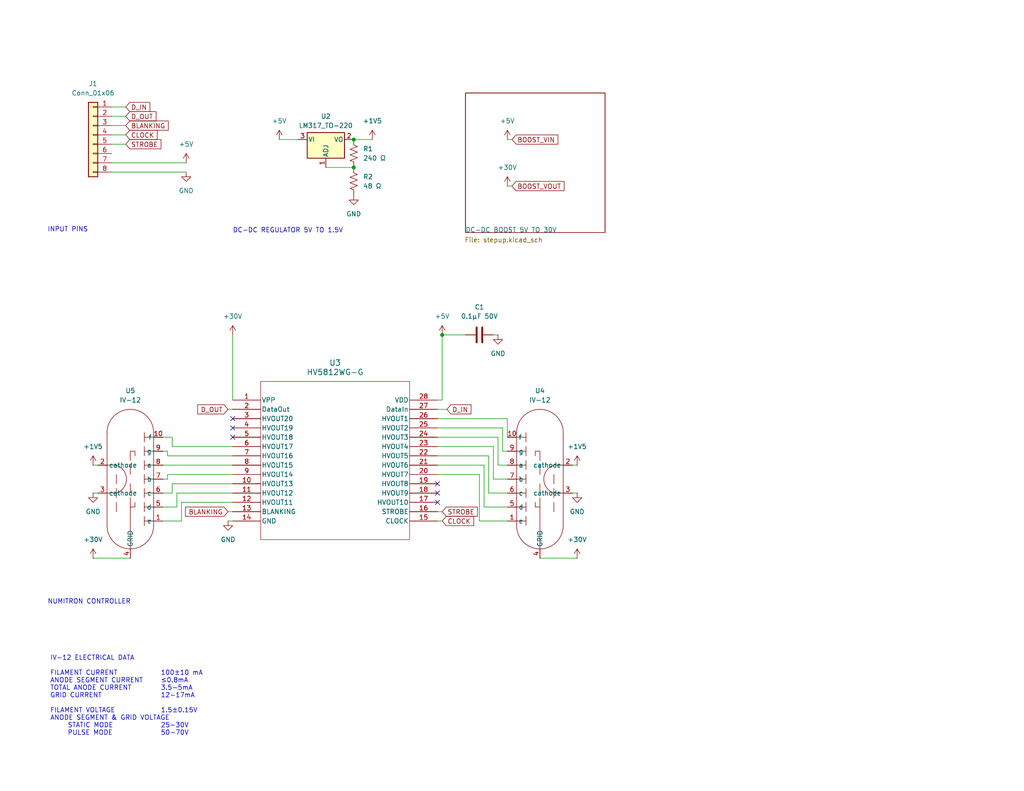
<source format=kicad_sch>
(kicad_sch (version 20231120) (generator "eeschema") (generator_version "8.0")
  (paper "USLetter")
  (title_block (title "IV-12 NUMITRON DRIVER") (rev "1") (company "AL LEVINE"))
  (lib_symbols
    (symbol "Connector_Generic:Conn_01x08" (pin_names (offset 1.016) hide)
      (property "Reference" "J" (at 0 10.16 0))
      (property "Value" "Conn_01x08" (at 0 -12.7 0))
      (symbol "Conn_01x08_1_1"
        (rectangle (start -1.27 -10.033) (end 0 -10.287) (stroke (width 0.1524)))
        (rectangle (start -1.27 -7.493) (end 0 -7.747) (stroke (width 0.1524)))
        (rectangle (start -1.27 -4.953) (end 0 -5.207) (stroke (width 0.1524)))
        (rectangle (start -1.27 -2.413) (end 0 -2.667) (stroke (width 0.1524)))
        (rectangle (start -1.27 0.127) (end 0 -0.127) (stroke (width 0.1524)))
        (rectangle (start -1.27 2.667) (end 0 2.413) (stroke (width 0.1524)))
        (rectangle (start -1.27 5.207) (end 0 4.953) (stroke (width 0.1524)))
        (rectangle (start -1.27 7.747) (end 0 7.493) (stroke (width 0.1524)))
        (rectangle (start -1.27 8.89) (end 1.27 -11.43) (stroke (width 0.254)) (fill (type background)))
        (pin passive line (at -5.08 7.62 0) (length 3.81) (name "Pin_1") (number "1"))
        (pin passive line (at -5.08 5.08 0) (length 3.81) (name "Pin_2") (number "2"))
        (pin passive line (at -5.08 2.54 0) (length 3.81) (name "Pin_3") (number "3"))
        (pin passive line (at -5.08 0 0) (length 3.81) (name "Pin_4") (number "4"))
        (pin passive line (at -5.08 -2.54 0) (length 3.81) (name "Pin_5") (number "5"))
        (pin passive line (at -5.08 -5.08 0) (length 3.81) (name "Pin_6") (number "6"))
        (pin passive line (at -5.08 -7.62 0) (length 3.81) (name "Pin_7") (number "7"))
        (pin passive line (at -5.08 -10.16 0) (length 3.81) (name "Pin_8") (number "8"))
      )
    )
    (symbol "Device:C" (pin_numbers hide) (pin_names (offset 0.254))
      (property "Reference" "C" (at 0.635 2.54 0))
      (property "Value" "C" (at 0.635 -2.54 0))
      (symbol "C_0_1"
        (polyline (pts (xy -2.032 -0.762) (xy 2.032 -0.762)) (stroke (width 0.508)))
        (polyline (pts (xy -2.032 0.762) (xy 2.032 0.762)) (stroke (width 0.508)))
      )
      (symbol "C_1_1"
        (pin passive line (at 0 3.81 270) (length 2.794) (name "~") (number "1"))
        (pin passive line (at 0 -3.81 90) (length 2.794) (name "~") (number "2"))
      )
    )
    (symbol "Device:R_US" (pin_numbers hide) (pin_names (offset 0))
      (property "Reference" "R" (at 2.54 0 90))
      (property "Value" "R_US" (at -2.54 0 90))
      (symbol "R_US_0_1"
        (polyline (pts (xy 0 -2.286) (xy 0 -2.54)))
        (polyline (pts (xy 0 2.286) (xy 0 2.54)))
        (polyline (pts (xy 0 -0.762) (xy 1.016 -1.143) (xy 0 -1.524) (xy -1.016 -1.905) (xy 0 -2.286)))
        (polyline (pts (xy 0 0.762) (xy 1.016 0.381) (xy 0 0) (xy -1.016 -0.381) (xy 0 -0.762)))
        (polyline (pts (xy 0 2.286) (xy 1.016 1.905) (xy 0 1.524) (xy -1.016 1.143) (xy 0 0.762)))
      )
      (symbol "R_US_1_1"
        (pin passive line (at 0 3.81 270) (length 1.27) (name "~") (number "1"))
        (pin passive line (at 0 -3.81 90) (length 1.27) (name "~") (number "2"))
      )
    )
    (symbol "NewSymbols:HV5812WG-G" (pin_names (offset 0.254))
      (property "Reference" "U" (at 27.94 10.16 0))
      (property "Value" "HV5812WG-G" (at 27.94 7.62 0))
      (symbol "HV5812WG-G_0_1"
        (polyline (pts (xy 7.62 -38.1) (xy 48.26 -38.1)) (stroke (width 0.127)))
        (polyline (pts (xy 7.62 5.08) (xy 7.62 -38.1)) (stroke (width 0.127)))
        (polyline (pts (xy 48.26 -38.1) (xy 48.26 5.08)) (stroke (width 0.127)))
        (polyline (pts (xy 48.26 5.08) (xy 7.62 5.08)) (stroke (width 0.127)))
        (pin power_in line (at 0 0 0) (length 7.62) (name "VPP") (number "1"))
        (pin output line (at 0 -22.86 0) (length 7.62) (name "HVOUT13") (number "10"))
        (pin output line (at 0 -25.4 0) (length 7.62) (name "HVOUT12") (number "11"))
        (pin output line (at 0 -27.94 0) (length 7.62) (name "HVOUT11") (number "12"))
        (pin unspecified line (at 0 -30.48 0) (length 7.62) (name "BLANKING") (number "13"))
        (pin power_out line (at 0 -33.02 0) (length 7.62) (name "GND") (number "14"))
        (pin unspecified line (at 55.88 -33.02 180) (length 7.62) (name "CLOCK") (number "15"))
        (pin unspecified line (at 55.88 -30.48 180) (length 7.62) (name "STROBE") (number "16"))
        (pin output line (at 55.88 -27.94 180) (length 7.62) (name "HVOUT10") (number "17"))
        (pin output line (at 55.88 -25.4 180) (length 7.62) (name "HVOUT9") (number "18"))
        (pin output line (at 55.88 -22.86 180) (length 7.62) (name "HVOUT8") (number "19"))
        (pin output line (at 0 -2.54 0) (length 7.62) (name "DataOut") (number "2"))
        (pin output line (at 55.88 -20.32 180) (length 7.62) (name "HVOUT7") (number "20"))
        (pin output line (at 55.88 -17.78 180) (length 7.62) (name "HVOUT6") (number "21"))
        (pin output line (at 55.88 -15.24 180) (length 7.62) (name "HVOUT5") (number "22"))
        (pin output line (at 55.88 -12.7 180) (length 7.62) (name "HVOUT4") (number "23"))
        (pin output line (at 55.88 -10.16 180) (length 7.62) (name "HVOUT3") (number "24"))
        (pin output line (at 55.88 -7.62 180) (length 7.62) (name "HVOUT2") (number "25"))
        (pin output line (at 55.88 -5.08 180) (length 7.62) (name "HVOUT1") (number "26"))
        (pin input line (at 55.88 -2.54 180) (length 7.62) (name "DataIn") (number "27"))
        (pin power_in line (at 55.88 0 180) (length 7.62) (name "VDD") (number "28"))
        (pin output line (at 0 -5.08 0) (length 7.62) (name "HVOUT20") (number "3"))
        (pin output line (at 0 -7.62 0) (length 7.62) (name "HVOUT19") (number "4"))
        (pin output line (at 0 -10.16 0) (length 7.62) (name "HVOUT18") (number "5"))
        (pin output line (at 0 -12.7 0) (length 7.62) (name "HVOUT17") (number "6"))
        (pin output line (at 0 -15.24 0) (length 7.62) (name "HVOUT16") (number "7"))
        (pin output line (at 0 -17.78 0) (length 7.62) (name "HVOUT15") (number "8"))
        (pin output line (at 0 -20.32 0) (length 7.62) (name "HVOUT14") (number "9"))
      )
    )
    (symbol "NewSymbols:IV-12"
      (property "Reference" "U" (at 0 -13.208 0))
      (symbol "IV-12_0_1"
        (arc (start -12.7 6.35) (mid -19.05 0) (end -12.7 -6.35))
        (polyline (pts (xy -12.7 -6.35) (xy 12.7 -6.35)))
        (polyline (pts (xy -12.7 6.35) (xy 12.7 6.35)))
        (polyline (pts (xy -11.43 3.81) (xy -11.43 6.35)))
        (polyline (pts (xy -10.16 3.81) (xy -12.7 3.81)))
        (polyline (pts (xy -7.62 0) (xy -19.05 0)))
        (polyline (pts (xy -7.62 3.81) (xy -7.62 6.35)))
        (polyline (pts (xy -6.35 -3.81) (xy -8.89 -3.81)))
        (polyline (pts (xy -6.35 3.81) (xy -8.89 3.81)))
        (polyline (pts (xy -3.81 -3.81) (xy -3.81 -6.35)))
        (polyline (pts (xy -3.81 3.81) (xy -3.81 6.35)))
        (polyline (pts (xy -2.54 -3.81) (xy -5.08 -3.81)))
        (polyline (pts (xy -2.54 3.81) (xy -5.08 3.81)))
        (polyline (pts (xy -1.27 -3.81) (xy 1.27 -3.81)))
        (polyline (pts (xy -1.27 0) (xy -3.81 0)))
        (polyline (pts (xy -1.27 3.81) (xy 1.27 3.81)))
        (polyline (pts (xy 0 3.81) (xy 0 6.35)))
        (polyline (pts (xy 1.27 0) (xy 3.81 0)))
        (polyline (pts (xy 2.54 3.81) (xy 5.08 3.81)))
        (polyline (pts (xy 3.81 -3.81) (xy 3.81 -6.35)))
        (polyline (pts (xy 3.81 3.81) (xy 3.81 6.35)))
        (polyline (pts (xy 6.35 3.81) (xy 8.89 3.81)))
        (polyline (pts (xy 7.62 3.81) (xy 7.62 6.35)))
        (polyline (pts (xy 10.16 3.81) (xy 12.7 3.81)))
        (polyline (pts (xy 11.43 3.81) (xy 11.43 6.35)))
        (polyline (pts (xy -5.08 0) (xy -7.62 0) (xy -7.62 1.27) (xy -6.35 1.27)))
        (polyline (pts (xy 5.08 0) (xy 7.62 0) (xy 7.62 1.27) (xy 6.35 1.27)))
        (arc (start 3.81 -3.81) (mid 0 -1.0639) (end -3.81 -3.81))
        (arc (start 12.7 -6.35) (mid 19.05 0) (end 12.7 6.35))
      )
      (symbol "IV-12_1_1"
        (pin input line (at -11.43 8.89 270) (length 2.54) (name "e") (number "1"))
        (pin input line (at 11.43 8.89 270) (length 2.54) (name "f") (number "10"))
        (pin power_in line (at 3.81 -8.89 90) (length 2.54) (name "cathode") (number "2"))
        (pin power_in line (at -3.81 -8.89 90) (length 2.54) (name "cathode") (number "3"))
        (pin input line (at -21.59 0 0) (length 2.54) (name "GRID") (number "4"))
        (pin input line (at -7.62 8.89 270) (length 2.54) (name "d") (number "5"))
        (pin input line (at -3.81 8.89 270) (length 2.54) (name "c") (number "6"))
        (pin input line (at 0 8.89 270) (length 2.54) (name "b") (number "7"))
        (pin input line (at 3.81 8.89 270) (length 2.54) (name "a") (number "8"))
        (pin input line (at 7.62 8.89 270) (length 2.54) (name "g") (number "9"))
      )
    )
    (symbol "Regulator_Linear:LM317_TO-220" (pin_names (offset 0.254))
      (property "Reference" "U" (at -3.81 3.175 0))
      (property "Value" "LM317_TO-220" (at 0 3.175 0))
      (symbol "LM317_TO-220_0_1"
        (rectangle (start -5.08 1.905) (end 5.08 -5.08) (stroke (width 0.254)) (fill (type background)))
      )
      (symbol "LM317_TO-220_1_1"
        (pin input line (at 0 -7.62 90) (length 2.54) (name "ADJ") (number "1"))
        (pin power_out line (at 7.62 0 180) (length 2.54) (name "VO") (number "2"))
        (pin power_in line (at -7.62 0 0) (length 2.54) (name "VI") (number "3"))
      )
    )
    (symbol "power:+1V5" (power) (pin_numbers hide) (pin_names (offset 0) hide)
      (property "Value" "+1V5" (at 0 3.556 0))
      (symbol "+1V5_0_1"
        (polyline (pts (xy -0.762 1.27) (xy 0 2.54)))
        (polyline (pts (xy 0 0) (xy 0 2.54)))
        (polyline (pts (xy 0 2.54) (xy 0.762 1.27)))
      )
      (symbol "+1V5_1_1"
        (pin power_in line (at 0 0 90) (length 0) (name "~") (number "1"))
      )
    )
    (symbol "power:+24V" (power) (pin_numbers hide) (pin_names (offset 0) hide)
      (property "Value" "+24V" (at 0 3.556 0))
      (symbol "+24V_0_1"
        (polyline (pts (xy -0.762 1.27) (xy 0 2.54)))
        (polyline (pts (xy 0 0) (xy 0 2.54)))
        (polyline (pts (xy 0 2.54) (xy 0.762 1.27)))
      )
      (symbol "+24V_1_1"
        (pin power_in line (at 0 0 90) (length 0) (name "~") (number "1"))
      )
    )
    (symbol "power:+36V" (power) (pin_numbers hide) (pin_names (offset 0) hide)
      (property "Value" "+36V" (at 0 3.556 0))
      (symbol "+36V_0_1"
        (polyline (pts (xy -0.762 1.27) (xy 0 2.54)))
        (polyline (pts (xy 0 0) (xy 0 2.54)))
        (polyline (pts (xy 0 2.54) (xy 0.762 1.27)))
      )
      (symbol "+36V_1_1"
        (pin power_in line (at 0 0 90) (length 0) (name "~") (number "1"))
      )
    )
    (symbol "power:+5V" (power) (pin_numbers hide) (pin_names (offset 0) hide)
      (property "Value" "+5V" (at 0 3.556 0))
      (symbol "+5V_0_1"
        (polyline (pts (xy -0.762 1.27) (xy 0 2.54)))
        (polyline (pts (xy 0 0) (xy 0 2.54)))
        (polyline (pts (xy 0 2.54) (xy 0.762 1.27)))
      )
      (symbol "+5V_1_1"
        (pin power_in line (at 0 0 90) (length 0) (name "~") (number "1"))
      )
    )
    (symbol "power:GND" (power) (pin_numbers hide) (pin_names (offset 0) hide)
      (property "Value" "GND" (at 0 -3.81 0))
      (symbol "GND_0_1"
        (polyline (pts (xy 0 0) (xy 0 -1.27) (xy 1.27 -1.27) (xy 0 -2.54) (xy -1.27 -1.27) (xy 0 -1.27)))
      )
      (symbol "GND_1_1"
        (pin power_in line (at 0 0 270) (length 0) (name "~") (number "1"))
      )
    )
  )
  (junction (at 96.52 45.72))
  (junction (at 96.52 38.1))
  (junction (at 120.65 91.44))
  (no_connect (at 119.38 132.08))
  (no_connect (at 63.5 114.3))
  (no_connect (at 119.38 134.62))
  (no_connect (at 119.38 137.16))
  (no_connect (at 63.5 119.38))
  (no_connect (at 63.5 116.84))
  (wire (pts (xy 63.5 137.16) (xy 49.53 137.16)))
  (wire (pts (xy 30.48 36.83) (xy 34.29 36.83)))
  (wire (pts (xy 35.56 152.4) (xy 25.4 152.4)))
  (wire (pts (xy 101.6 38.1) (xy 96.52 38.1)))
  (wire (pts (xy 119.38 114.3) (xy 138.43 114.3)))
  (wire (pts (xy 26.67 127) (xy 25.4 127)))
  (wire (pts (xy 135.89 127) (xy 135.89 119.38)))
  (wire (pts (xy 138.43 127) (xy 135.89 127)))
  (wire (pts (xy 46.99 119.38) (xy 44.45 119.38)))
  (wire (pts (xy 81.28 38.1) (xy 76.2 38.1)))
  (wire (pts (xy 138.43 119.38) (xy 138.43 114.3)))
  (wire (pts (xy 132.08 138.43) (xy 138.43 138.43)))
  (wire (pts (xy 138.43 134.62) (xy 133.35 134.62)))
  (wire (pts (xy 30.48 34.29) (xy 34.29 34.29)))
  (wire (pts (xy 46.99 121.92) (xy 63.5 121.92)))
  (wire (pts (xy 45.72 130.81) (xy 44.45 130.81)))
  (wire (pts (xy 119.38 127) (xy 132.08 127)))
  (wire (pts (xy 46.99 132.08) (xy 63.5 132.08)))
  (wire (pts (xy 138.43 142.24) (xy 130.81 142.24)))
  (wire (pts (xy 137.16 116.84) (xy 137.16 123.19)))
  (wire (pts (xy 138.43 38.1) (xy 139.7 38.1)))
  (wire (pts (xy 45.72 129.54) (xy 45.72 130.81)))
  (wire (pts (xy 147.32 152.4) (xy 157.48 152.4)))
  (wire (pts (xy 30.48 44.45) (xy 50.8 44.45)))
  (wire (pts (xy 46.99 119.38) (xy 46.99 121.92)))
  (wire (pts (xy 120.65 109.22) (xy 119.38 109.22)))
  (wire (pts (xy 157.48 134.62) (xy 156.21 134.62)))
  (wire (pts (xy 49.53 137.16) (xy 49.53 142.24)))
  (wire (pts (xy 44.45 127) (xy 63.5 127)))
  (wire (pts (xy 135.89 91.44) (xy 134.62 91.44)))
  (wire (pts (xy 134.62 121.92) (xy 134.62 130.81)))
  (wire (pts (xy 62.23 139.7) (xy 63.5 139.7)))
  (wire (pts (xy 121.92 111.76) (xy 119.38 111.76)))
  (wire (pts (xy 30.48 29.21) (xy 34.29 29.21)))
  (wire (pts (xy 62.23 142.24) (xy 63.5 142.24)))
  (wire (pts (xy 48.26 134.62) (xy 48.26 138.43)))
  (wire (pts (xy 156.21 127) (xy 157.48 127)))
  (wire (pts (xy 46.99 134.62) (xy 46.99 132.08)))
  (wire (pts (xy 63.5 129.54) (xy 45.72 129.54)))
  (wire (pts (xy 119.38 116.84) (xy 137.16 116.84)))
  (wire (pts (xy 133.35 134.62) (xy 133.35 124.46)))
  (wire (pts (xy 88.9 45.72) (xy 96.52 45.72)))
  (wire (pts (xy 49.53 142.24) (xy 44.45 142.24)))
  (wire (pts (xy 44.45 123.19) (xy 45.72 123.19)))
  (wire (pts (xy 48.26 138.43) (xy 44.45 138.43)))
  (wire (pts (xy 138.43 50.8) (xy 139.7 50.8)))
  (wire (pts (xy 45.72 124.46) (xy 63.5 124.46)))
  (wire (pts (xy 132.08 127) (xy 132.08 138.43)))
  (wire (pts (xy 30.48 39.37) (xy 34.29 39.37)))
  (wire (pts (xy 134.62 130.81) (xy 138.43 130.81)))
  (wire (pts (xy 120.65 139.7) (xy 119.38 139.7)))
  (wire (pts (xy 30.48 31.75) (xy 34.29 31.75)))
  (wire (pts (xy 120.65 91.44) (xy 127 91.44)))
  (wire (pts (xy 30.48 46.99) (xy 50.8 46.99)))
  (wire (pts (xy 25.4 134.62) (xy 26.67 134.62)))
  (wire (pts (xy 120.65 142.24) (xy 119.38 142.24)))
  (wire (pts (xy 63.5 134.62) (xy 48.26 134.62)))
  (wire (pts (xy 130.81 142.24) (xy 130.81 129.54)))
  (wire (pts (xy 130.81 129.54) (xy 119.38 129.54)))
  (wire (pts (xy 44.45 134.62) (xy 46.99 134.62)))
  (wire (pts (xy 62.23 111.76) (xy 63.5 111.76)))
  (wire (pts (xy 137.16 123.19) (xy 138.43 123.19)))
  (wire (pts (xy 133.35 124.46) (xy 119.38 124.46)))
  (wire (pts (xy 119.38 119.38) (xy 135.89 119.38)))
  (wire (pts (xy 120.65 91.44) (xy 120.65 109.22)))
  (wire (pts (xy 119.38 121.92) (xy 134.62 121.92)))
  (wire (pts (xy 63.5 91.44) (xy 63.5 109.22)))
  (wire (pts (xy 45.72 123.19) (xy 45.72 124.46)))
  (text_box "IV-12 ELECTRICAL DATA\n\nFILAMENT CURRENT		100±10 mA\nANODE SEGMENT CURRENT	≤0.8mA\nTOTAL ANODE CURRENT		3.5-5mA\nGRID CURRENT			12-17mA\n\nFILAMENT VOLTAGE		1.5±0.15V\nANODE SEGMENT & GRID VOLTAGE\n	STATIC MODE			25-30V\n	PULSE MODE			50-70V" (at 12.7 177.8 0) (size 50.8 25.4) (stroke (width -0.0001)) (effects (font (size 1.27 1.27)) (justify left top)))
  (text "INPUT PINS" (at 12.954 63.5 0) (effects (font (size 1.27 1.27)) (justify left bottom)))
  (text "" (at 127.254 63.246 0) (effects (font (size 1.27 1.27)) (justify left bottom)))
  (text "DC-DC REGULATOR 5V TO 1.5V" (at 63.5 63.754 0) (effects (font (size 1.27 1.27)) (justify left bottom)))
  (text "NUMITRON CONTROLLER" (at 12.954 165.1 0) (effects (font (size 1.27 1.27)) (justify left bottom)))
  (global_label "D_OUT" (shape input) (at 34.29 31.75 0) (property "Intersheetrefs" "${INTERSHEET_REFS}" (effects (hide yes))))
  (global_label "CLOCK" (shape input) (at 34.29 36.83 0) (property "Intersheetrefs" "${INTERSHEET_REFS}" (effects (hide yes))))
  (global_label "STROBE" (shape input) (at 120.65 139.7 0) (property "Intersheetrefs" "${INTERSHEET_REFS}" (effects (hide yes))))
  (global_label "STROBE" (shape input) (at 34.29 39.37 0) (property "Intersheetrefs" "${INTERSHEET_REFS}" (effects (hide yes))))
  (global_label "D_OUT" (shape input) (at 62.23 111.76 180) (property "Intersheetrefs" "${INTERSHEET_REFS}" (effects (hide yes))))
  (global_label "BLANKING" (shape input) (at 34.29 34.29 0) (property "Intersheetrefs" "${INTERSHEET_REFS}" (effects (hide yes))))
  (global_label "BOOST_VIN" (shape input) (at 139.7 38.1 0) (property "Intersheetrefs" "${INTERSHEET_REFS}" (effects (hide yes))))
  (global_label "CLOCK" (shape input) (at 120.65 142.24 0) (property "Intersheetrefs" "${INTERSHEET_REFS}" (effects (hide yes))))
  (global_label "BLANKING" (shape input) (at 62.23 139.7 180) (property "Intersheetrefs" "${INTERSHEET_REFS}" (effects (hide yes))))
  (global_label "D_IN" (shape input) (at 121.92 111.76 0) (property "Intersheetrefs" "${INTERSHEET_REFS}" (effects (hide yes))))
  (global_label "BOOST_VOUT" (shape input) (at 139.7 50.8 0) (property "Intersheetrefs" "${INTERSHEET_REFS}" (effects (hide yes))))
  (global_label "D_IN" (shape input) (at 34.29 29.21 0) (property "Intersheetrefs" "${INTERSHEET_REFS}" (effects (hide yes))))
  (symbol (lib_id "Regulator_Linear:LM317_TO-220") (at 88.9 38.1 0) (unit 1)
    (property "Reference" "U2" (at 88.9 31.75 0))
    (property "Value" "LM317_TO-220" (at 88.9 34.29 0))
    (property "Footprint" "Package_TO_SOT_THT:TO-220-3_Vertical" (effects (hide yes)))
    (property "Datasheet" "http://www.ti.com/lit/ds/symlink/lm317.pdf" (effects (hide yes)))
    (property "Description" "1.5A 35V Adjustable Linear Regulator, TO-220" (effects (hide yes)))
    (property "MFR" "Texas Instruments" (effects (hide yes)))
    (property "Part No" "LM317TNS/NOPB-ND" (effects (hide yes)))
  )
  (symbol (lib_id "NewSymbols:HV5812WG-G") (at 63.5 109.22 0) (unit 1)
    (property "Reference" "U3" (at 91.44 99.06 0) (effects (font (size 1.524 1.524))))
    (property "Value" "HV5812WG-G" (at 91.44 101.6 0) (effects (font (size 1.524 1.524))))
    (property "Footprint" "NewFootprints:SOW28_17P90X7P50_MCH" (effects (hide yes)))
    (property "Datasheet" "https://ww1.microchip.com/downloads/aemDocuments/documents/OTH/ProductDocuments/DataSheets/20005629A.pdf" (effects (hide yes)))
    (property "Description" "IC DISPLAY DVR 20CH 80V 28SOIC" (effects (hide yes)))
    (property "MFR" "Microchip Technology" (effects (hide yes)))
    (property "Part No" "HV5812WG-G" (effects (hide yes)))
  )
  (symbol (lib_id "power:+24V") (at 157.48 152.4 0) (mirror y) (unit 1)
    (property "Reference" "#PWR08" (effects (hide yes)))
    (property "Value" "+30V" (at 157.48 147.32 0))
    (property "Description" "Power symbol creates a global label with name \"+24V\"" (effects (hide yes)))
  )
  (symbol (lib_id "power:GND") (at 50.8 46.99 0) (unit 1)
    (property "Reference" "#PWR01" (effects (hide yes)))
    (property "Value" "GND" (at 50.8 52.07 0))
    (property "Description" "Power symbol creates a global label with name \"GND\" , ground" (effects (hide yes)))
  )
  (symbol (lib_id "Device:R_US") (at 96.52 49.53 0) (unit 1)
    (property "Reference" "R2" (at 99.06 48.2599 0) (effects (justify left)))
    (property "Value" "48 Ω" (at 99.06 50.7999 0) (effects (justify left)))
    (property "Footprint" "Resistor_SMD:R_0402_1005Metric_Pad0.72x0.64mm_HandSolder" (effects (hide yes)))
    (property "Datasheet" "https://www.vishay.com/docs/20035/dcrcwe3.pdf" (effects (hide yes)))
    (property "Description" "Resistor, US symbol" (effects (hide yes)))
    (property "MFR" "Vishay Dale" (effects (hide yes)))
    (property "Part No" "CRCW040248R7FKED" (effects (hide yes)))
  )
  (symbol (lib_id "power:+5V") (at 50.8 44.45 0) (unit 1)
    (property "Reference" "#PWR016" (effects (hide yes)))
    (property "Value" "+5V" (at 50.8 39.37 0))
    (property "Description" "Power symbol creates a global label with name \"+5V\"" (effects (hide yes)))
  )
  (symbol (lib_id "power:+5V") (at 76.2 38.1 0) (unit 1)
    (property "Reference" "#PWR02" (effects (hide yes)))
    (property "Value" "+5V" (at 76.2 33.02 0))
    (property "Description" "Power symbol creates a global label with name \"+5V\"" (effects (hide yes)))
  )
  (symbol (lib_id "power:+1V5") (at 101.6 38.1 0) (unit 1)
    (property "Reference" "#PWR014" (effects (hide yes)))
    (property "Value" "+1V5" (at 101.6 33.02 0))
    (property "Description" "Power symbol creates a global label with name \"+1V5\"" (effects (hide yes)))
  )
  (symbol (lib_id "power:+5V") (at 138.43 38.1 0) (unit 1)
    (property "Reference" "#PWR015" (effects (hide yes)))
    (property "Value" "+5V" (at 138.43 33.02 0))
    (property "Description" "Power symbol creates a global label with name \"+5V\"" (effects (hide yes)))
  )
  (symbol (lib_id "power:+1V5") (at 25.4 127 0) (unit 1)
    (property "Reference" "#PWR011" (effects (hide yes)))
    (property "Value" "+1V5" (at 25.4 121.92 0))
    (property "Description" "Power symbol creates a global label with name \"+1V5\"" (effects (hide yes)))
  )
  (symbol (lib_id "Device:R_US") (at 96.52 41.91 0) (unit 1)
    (property "Reference" "R1" (at 99.06 40.6399 0) (effects (justify left)))
    (property "Value" "240 Ω" (at 99.06 43.1799 0) (effects (justify left)))
    (property "Footprint" "Resistor_SMD:R_0402_1005Metric_Pad0.72x0.64mm_HandSolder" (effects (hide yes)))
    (property "Datasheet" "https://www.vishay.com/docs/20035/dcrcwe3.pdf" (effects (hide yes)))
    (property "Description" "Resistor, US symbol" (effects (hide yes)))
    (property "MFR" "Vishay Dale" (effects (hide yes)))
    (property "Part No" "CRCW0402240RFKED" (effects (hide yes)))
  )
  (symbol (lib_id "power:GND") (at 25.4 134.62 0) (unit 1)
    (property "Reference" "#PWR010" (effects (hide yes)))
    (property "Value" "GND" (at 25.4 139.7 0))
    (property "Description" "Power symbol creates a global label with name \"GND\" , ground" (effects (hide yes)))
  )
  (symbol (lib_id "power:+24V") (at 25.4 152.4 0) (unit 1)
    (property "Reference" "#PWR013" (effects (hide yes)))
    (property "Value" "+30V" (at 25.4 147.32 0))
    (property "Description" "Power symbol creates a global label with name \"+24V\"" (effects (hide yes)))
  )
  (symbol (lib_id "power:GND") (at 62.23 142.24 0) (unit 1)
    (property "Reference" "#PWR07" (effects (hide yes)))
    (property "Value" "GND" (at 62.23 147.32 0))
    (property "Description" "Power symbol creates a global label with name \"GND\" , ground" (effects (hide yes)))
  )
  (symbol (lib_id "power:GND") (at 135.89 91.44 0) (unit 1)
    (property "Reference" "#PWR09" (effects (hide yes)))
    (property "Value" "GND" (at 135.89 96.52 0))
    (property "Description" "Power symbol creates a global label with name \"GND\" , ground" (effects (hide yes)))
  )
  (symbol (lib_id "Device:C") (at 130.81 91.44 90) (unit 1)
    (property "Reference" "C1" (at 130.81 83.82 90))
    (property "Value" "0.1μF 50V" (at 130.81 86.36 90))
    (property "Footprint" "Capacitor_SMD:C_1206_3216Metric_Pad1.33x1.80mm_HandSolder" (effects (hide yes)))
    (property "Description" "Unpolarized capacitor" (effects (hide yes)))
  )
  (symbol (lib_id "power:GND") (at 157.48 134.62 0) (unit 1)
    (property "Reference" "#PWR04" (effects (hide yes)))
    (property "Value" "GND" (at 157.48 139.7 0))
    (property "Description" "Power symbol creates a global label with name \"GND\" , ground" (effects (hide yes)))
  )
  (symbol (lib_id "NewSymbols:IV-12") (at 35.56 130.81 270) (mirror x) (unit 1)
    (property "Reference" "U5" (at 35.56 106.68 90))
    (property "Value" "IV-12" (at 35.56 109.22 90))
    (property "Footprint" "NewFootprints:iv-12" (effects (hide yes)))
  )
  (symbol (lib_id "Connector_Generic:Conn_01x08") (at 25.4 36.83 0) (mirror y) (unit 1)
    (property "Reference" "J1" (at 25.4 22.86 0))
    (property "Value" "Conn_01x06" (at 25.4 25.4 0))
    (property "Footprint" "Connector_PinHeader_2.54mm:PinHeader_1x08_P2.54mm_Horizontal" (effects (hide yes)))
    (property "Description" "Generic connector, single row, 01x08, script generated (kicad-library-utils/schlib/autogen/connector/)" (effects (hide yes)))
  )
  (symbol (lib_id "power:+36V") (at 63.5 91.44 0) (unit 1)
    (property "Reference" "#PWR017" (effects (hide yes)))
    (property "Value" "+30V" (at 63.5 86.36 0))
    (property "Description" "Power symbol creates a global label with name \"+36V\"" (effects (hide yes)))
  )
  (symbol (lib_id "power:+5V") (at 120.65 91.44 0) (unit 1)
    (property "Reference" "#PWR05" (effects (hide yes)))
    (property "Value" "+5V" (at 120.65 86.36 0))
    (property "Description" "Power symbol creates a global label with name \"+5V\"" (effects (hide yes)))
  )
  (symbol (lib_id "power:+1V5") (at 157.48 127 0) (mirror y) (unit 1)
    (property "Reference" "#PWR06" (effects (hide yes)))
    (property "Value" "+1V5" (at 157.48 121.92 0))
    (property "Description" "Power symbol creates a global label with name \"+1V5\"" (effects (hide yes)))
  )
  (symbol (lib_id "NewSymbols:IV-12") (at 147.32 130.81 90) (unit 1)
    (property "Reference" "U4" (at 147.32 106.68 90))
    (property "Value" "IV-12" (at 147.32 109.22 90))
    (property "Footprint" "NewFootprints:iv-12" (effects (hide yes)))
  )
  (symbol (lib_id "power:GND") (at 96.52 53.34 0) (unit 1)
    (property "Reference" "#PWR012" (effects (hide yes)))
    (property "Value" "GND" (at 96.52 58.42 0))
    (property "Description" "Power symbol creates a global label with name \"GND\" , ground" (effects (hide yes)))
  )
  (symbol (lib_id "power:+36V") (at 138.43 50.8 0) (unit 1)
    (property "Reference" "#PWR018" (effects (hide yes)))
    (property "Value" "+30V" (at 138.43 45.72 0))
    (property "Description" "Power symbol creates a global label with name \"+36V\"" (effects (hide yes)))
  )
  (sheet (at 127 25.4) (size 38.1 38.1) (stroke (width 0.1524))
    (property "Sheetname" "DC-DC BOOST 5V TO 30V" (at 127 63.5 0) (effects (justify left bottom)))
    (property "Sheetfile" "stepup.kicad_sch" (at 126.746 64.77 0) (effects (justify left top)))
  )
)
</source>
